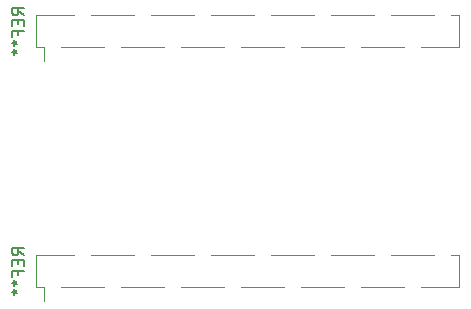
<source format=gbo>
G04 #@! TF.GenerationSoftware,KiCad,Pcbnew,6.0.0-rc1-unknown-59b0f55~66~ubuntu16.04.1*
G04 #@! TF.CreationDate,2018-11-29T09:25:19-07:00
G04 #@! TF.ProjectId,001,3030312e-6b69-4636-9164-5f7063625858,rev?*
G04 #@! TF.SameCoordinates,Original*
G04 #@! TF.FileFunction,Legend,Bot*
G04 #@! TF.FilePolarity,Positive*
%FSLAX46Y46*%
G04 Gerber Fmt 4.6, Leading zero omitted, Abs format (unit mm)*
G04 Created by KiCad (PCBNEW 6.0.0-rc1-unknown-59b0f55~66~ubuntu16.04.1) date Thu 29 Nov 2018 09:25:19 AM MST*
%MOMM*%
%LPD*%
G01*
G04 APERTURE LIST*
%ADD10C,0.120000*%
%ADD11C,0.150000*%
G04 APERTURE END LIST*
D10*
G04 #@! TO.C,REF\002A\002A*
X115445000Y-75598496D02*
X115445000Y-76808496D01*
X149985000Y-72938496D02*
X150655000Y-72938496D01*
X144905000Y-72938496D02*
X148465000Y-72938496D01*
X139825000Y-72938496D02*
X143385000Y-72938496D01*
X134745000Y-72938496D02*
X138305000Y-72938496D01*
X129665000Y-72938496D02*
X133225000Y-72938496D01*
X124585000Y-72938496D02*
X128145000Y-72938496D01*
X119505000Y-72938496D02*
X123065000Y-72938496D01*
X114775000Y-72938496D02*
X117985000Y-72938496D01*
X150655000Y-72938496D02*
X150655000Y-75598496D01*
X147445000Y-75598496D02*
X150655000Y-75598496D01*
X142365000Y-75598496D02*
X145925000Y-75598496D01*
X137285000Y-75598496D02*
X140845000Y-75598496D01*
X132205000Y-75598496D02*
X135765000Y-75598496D01*
X127125000Y-75598496D02*
X130685000Y-75598496D01*
X122045000Y-75598496D02*
X125605000Y-75598496D01*
X116965000Y-75598496D02*
X120525000Y-75598496D01*
X114775000Y-75598496D02*
X115445000Y-75598496D01*
X114775000Y-72938496D02*
X114775000Y-75598496D01*
X114775000Y-93258496D02*
X114775000Y-95918496D01*
X114775000Y-95918496D02*
X115445000Y-95918496D01*
X116965000Y-95918496D02*
X120525000Y-95918496D01*
X122045000Y-95918496D02*
X125605000Y-95918496D01*
X127125000Y-95918496D02*
X130685000Y-95918496D01*
X132205000Y-95918496D02*
X135765000Y-95918496D01*
X137285000Y-95918496D02*
X140845000Y-95918496D01*
X142365000Y-95918496D02*
X145925000Y-95918496D01*
X147445000Y-95918496D02*
X150655000Y-95918496D01*
X150655000Y-93258496D02*
X150655000Y-95918496D01*
X114775000Y-93258496D02*
X117985000Y-93258496D01*
X119505000Y-93258496D02*
X123065000Y-93258496D01*
X124585000Y-93258496D02*
X128145000Y-93258496D01*
X129665000Y-93258496D02*
X133225000Y-93258496D01*
X134745000Y-93258496D02*
X138305000Y-93258496D01*
X139825000Y-93258496D02*
X143385000Y-93258496D01*
X144905000Y-93258496D02*
X148465000Y-93258496D01*
X149985000Y-93258496D02*
X150655000Y-93258496D01*
X115445000Y-95918496D02*
X115445000Y-97128496D01*
D11*
X113787380Y-72935162D02*
X113311190Y-72601829D01*
X113787380Y-72363734D02*
X112787380Y-72363734D01*
X112787380Y-72744686D01*
X112835000Y-72839924D01*
X112882619Y-72887543D01*
X112977857Y-72935162D01*
X113120714Y-72935162D01*
X113215952Y-72887543D01*
X113263571Y-72839924D01*
X113311190Y-72744686D01*
X113311190Y-72363734D01*
X113263571Y-73363734D02*
X113263571Y-73697067D01*
X113787380Y-73839924D02*
X113787380Y-73363734D01*
X112787380Y-73363734D01*
X112787380Y-73839924D01*
X113263571Y-74601829D02*
X113263571Y-74268496D01*
X113787380Y-74268496D02*
X112787380Y-74268496D01*
X112787380Y-74744686D01*
X112787380Y-75268496D02*
X113025476Y-75268496D01*
X112930238Y-75030400D02*
X113025476Y-75268496D01*
X112930238Y-75506591D01*
X113215952Y-75125638D02*
X113025476Y-75268496D01*
X113215952Y-75411353D01*
X112787380Y-76030400D02*
X113025476Y-76030400D01*
X112930238Y-75792305D02*
X113025476Y-76030400D01*
X112930238Y-76268496D01*
X113215952Y-75887543D02*
X113025476Y-76030400D01*
X113215952Y-76173257D01*
X113787380Y-93255162D02*
X113311190Y-92921829D01*
X113787380Y-92683734D02*
X112787380Y-92683734D01*
X112787380Y-93064686D01*
X112835000Y-93159924D01*
X112882619Y-93207543D01*
X112977857Y-93255162D01*
X113120714Y-93255162D01*
X113215952Y-93207543D01*
X113263571Y-93159924D01*
X113311190Y-93064686D01*
X113311190Y-92683734D01*
X113263571Y-93683734D02*
X113263571Y-94017067D01*
X113787380Y-94159924D02*
X113787380Y-93683734D01*
X112787380Y-93683734D01*
X112787380Y-94159924D01*
X113263571Y-94921829D02*
X113263571Y-94588496D01*
X113787380Y-94588496D02*
X112787380Y-94588496D01*
X112787380Y-95064686D01*
X112787380Y-95588496D02*
X113025476Y-95588496D01*
X112930238Y-95350400D02*
X113025476Y-95588496D01*
X112930238Y-95826591D01*
X113215952Y-95445638D02*
X113025476Y-95588496D01*
X113215952Y-95731353D01*
X112787380Y-96350400D02*
X113025476Y-96350400D01*
X112930238Y-96112305D02*
X113025476Y-96350400D01*
X112930238Y-96588496D01*
X113215952Y-96207543D02*
X113025476Y-96350400D01*
X113215952Y-96493257D01*
G04 #@! TD*
M02*

</source>
